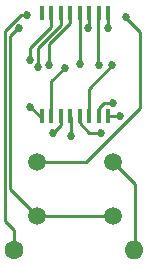
<source format=gbr>
%TF.GenerationSoftware,KiCad,Pcbnew,(7.0.0-0)*%
%TF.CreationDate,2023-03-14T18:39:12-04:00*%
%TF.ProjectId,v3 - habit pcb,7633202d-2068-4616-9269-74207063622e,rev?*%
%TF.SameCoordinates,Original*%
%TF.FileFunction,Copper,L1,Top*%
%TF.FilePolarity,Positive*%
%FSLAX46Y46*%
G04 Gerber Fmt 4.6, Leading zero omitted, Abs format (unit mm)*
G04 Created by KiCad (PCBNEW (7.0.0-0)) date 2023-03-14 18:39:12*
%MOMM*%
%LPD*%
G01*
G04 APERTURE LIST*
%TA.AperFunction,ComponentPad*%
%ADD10C,1.500000*%
%TD*%
%TA.AperFunction,ComponentPad*%
%ADD11C,1.600000*%
%TD*%
%TA.AperFunction,ComponentPad*%
%ADD12O,1.600000X1.600000*%
%TD*%
%TA.AperFunction,SMDPad,CuDef*%
%ADD13R,0.400000X1.250000*%
%TD*%
%TA.AperFunction,ViaPad*%
%ADD14C,0.685800*%
%TD*%
%TA.AperFunction,Conductor*%
%ADD15C,0.250000*%
%TD*%
G04 APERTURE END LIST*
D10*
%TO.P,SW1,1,1*%
%TO.N,Net-(U1-3V3)*%
X155443200Y-89219600D03*
%TO.P,SW1,2,2*%
X161943200Y-89219600D03*
%TO.P,SW1,3,K*%
%TO.N,Net-(SW1-K)*%
X161943200Y-84719600D03*
%TO.P,SW1,4,A*%
%TO.N,Net-(SW1-A)*%
X155443200Y-84719600D03*
%TD*%
D11*
%TO.P,R1,1*%
%TO.N,Net-(R1-Pad1)*%
X153517600Y-92151200D03*
D12*
%TO.P,R1,2*%
%TO.N,Net-(SW1-K)*%
X163677599Y-92151199D03*
%TD*%
D13*
%TO.P,U2,1,COM*%
%TO.N,Net-(U1-AD2)*%
X155893199Y-80822799D03*
%TO.P,U2,2,1G*%
%TO.N,Net-(U1-AD1)*%
X156693199Y-80822799D03*
%TO.P,U2,3,1F*%
%TO.N,Net-(U1-AD0)*%
X157493199Y-80822799D03*
%TO.P,U2,4,1E*%
%TO.N,Net-(U1-IO9)*%
X158293199Y-80822799D03*
%TO.P,U2,5,1D*%
%TO.N,Net-(U1-IO8)*%
X159093199Y-80822799D03*
%TO.P,U2,6,1C*%
%TO.N,Net-(U1-IO7)*%
X159893199Y-80822799D03*
%TO.P,U2,7,1B*%
%TO.N,Net-(U1-IO6)*%
X160693199Y-80822799D03*
%TO.P,U2,8,1A*%
%TO.N,Net-(U1-IO5)*%
X161493199Y-80822799D03*
%TO.P,U2,9*%
%TO.N,unconnected-(U2-Pad9)*%
X155893199Y-72072799D03*
%TO.P,U2,10,2A*%
%TO.N,Net-(U1-AD5{slash}SCL)*%
X156693199Y-72072799D03*
%TO.P,U2,11,2B*%
%TO.N,Net-(U1-AD4{slash}SDA)*%
X157493199Y-72072799D03*
%TO.P,U2,12,2C*%
%TO.N,Net-(U1-AD3)*%
X158293199Y-72072799D03*
%TO.P,U2,13,2D*%
%TO.N,Net-(U1-IO0)*%
X159093199Y-72072799D03*
%TO.P,U2,14,2E*%
%TO.N,Net-(U1-IO1)*%
X159893199Y-72072799D03*
%TO.P,U2,15,2F*%
%TO.N,Net-(U1-IO2)*%
X160693199Y-72072799D03*
%TO.P,U2,16,2G*%
%TO.N,Net-(U1-IO3)*%
X161493199Y-72072799D03*
%TD*%
D14*
%TO.N,Net-(U1-IO5)*%
X162524600Y-80772000D03*
%TO.N,Net-(U1-IO6)*%
X161899600Y-79705200D03*
%TO.N,Net-(U1-IO7)*%
X161875000Y-76500000D03*
%TO.N,Net-(U1-IO8)*%
X160925000Y-82200000D03*
%TO.N,Net-(U1-IO9)*%
X158350000Y-82500000D03*
%TO.N,Net-(U1-AD0)*%
X156800000Y-82225000D03*
%TO.N,Net-(U1-AD1)*%
X157850000Y-76700000D03*
%TO.N,Net-(U1-AD2)*%
X154889200Y-80010000D03*
%TO.N,Net-(U1-IO0)*%
X159100000Y-76400000D03*
%TO.N,Net-(U1-IO3)*%
X161502046Y-73374913D03*
%TO.N,Net-(U1-IO2)*%
X160774800Y-76504800D03*
%TO.N,Net-(U1-IO1)*%
X159816800Y-73355200D03*
%TO.N,Net-(U1-AD3)*%
X156475000Y-76450000D03*
%TO.N,Net-(U1-AD4{slash}SDA)*%
X155549600Y-76657200D03*
%TO.N,Net-(U1-AD5{slash}SCL)*%
X154925100Y-76063052D03*
%TO.N,Net-(U1-3V3)*%
X153949047Y-73329447D03*
%TO.N,Net-(SW1-A)*%
X163017200Y-72440800D03*
%TO.N,Net-(R1-Pad1)*%
X154635200Y-72237600D03*
%TD*%
D15*
%TO.N,Net-(U1-AD1)*%
X157850000Y-76700000D02*
X156693200Y-77856800D01*
X156693200Y-77856800D02*
X156693200Y-80822800D01*
%TO.N,Net-(U1-IO9)*%
X158350000Y-82500000D02*
X158350000Y-80879600D01*
X158350000Y-80879600D02*
X158293200Y-80822800D01*
%TO.N,Net-(U1-AD0)*%
X156800000Y-82225000D02*
X157493200Y-81531800D01*
X157493200Y-81531800D02*
X157493200Y-80822800D01*
%TO.N,Net-(U1-IO8)*%
X160925000Y-82200000D02*
X159890600Y-82200000D01*
X159890600Y-82200000D02*
X159093200Y-81402600D01*
X159093200Y-81402600D02*
X159093200Y-80822800D01*
%TO.N,Net-(U1-AD3)*%
X156475000Y-76450000D02*
X156475000Y-74714286D01*
X156475000Y-74714286D02*
X158293200Y-72896086D01*
X158293200Y-72896086D02*
X158293200Y-72072800D01*
%TO.N,Net-(U1-IO7)*%
X159893200Y-78481800D02*
X159893200Y-80822800D01*
X161875000Y-76500000D02*
X159893200Y-78481800D01*
%TO.N,Net-(U1-IO0)*%
X159100000Y-76400000D02*
X159093200Y-76393200D01*
X159093200Y-76393200D02*
X159093200Y-72072800D01*
%TO.N,Net-(U1-IO5)*%
X162524600Y-80772000D02*
X162473800Y-80822800D01*
X162473800Y-80822800D02*
X161493200Y-80822800D01*
%TO.N,Net-(U1-IO6)*%
X160693200Y-80147800D02*
X160693200Y-80822800D01*
X161135800Y-79705200D02*
X161899600Y-79705200D01*
X161135800Y-79705200D02*
X160693200Y-80147800D01*
%TO.N,Net-(U1-AD2)*%
X155702000Y-80822800D02*
X154889200Y-80010000D01*
X155893200Y-80822800D02*
X155702000Y-80822800D01*
%TO.N,Net-(U1-IO3)*%
X161502046Y-73374913D02*
X161493200Y-73366067D01*
X161493200Y-73366067D02*
X161493200Y-72072800D01*
%TO.N,Net-(U1-IO2)*%
X160680400Y-76410400D02*
X160680400Y-72085600D01*
X160680400Y-72085600D02*
X160693200Y-72072800D01*
X160774800Y-76504800D02*
X160680400Y-76410400D01*
%TO.N,Net-(U1-IO1)*%
X159816800Y-73355200D02*
X159893200Y-73278800D01*
X159893200Y-73278800D02*
X159893200Y-72072800D01*
%TO.N,Net-(U1-AD4{slash}SDA)*%
X157493200Y-72072800D02*
X157493200Y-73059690D01*
X155549600Y-75003290D02*
X155549600Y-76657200D01*
X157493200Y-73059690D02*
X155549600Y-75003290D01*
%TO.N,Net-(U1-AD5{slash}SCL)*%
X154925100Y-76063052D02*
X154925100Y-74991394D01*
X154925100Y-74991394D02*
X156693200Y-73223294D01*
X156693200Y-73223294D02*
X156693200Y-72072800D01*
%TO.N,Net-(U1-3V3)*%
X153223250Y-74005150D02*
X153898953Y-73329447D01*
X153223250Y-86999650D02*
X153223250Y-74005150D01*
X155443200Y-89219600D02*
X153223250Y-86999650D01*
X153898953Y-73329447D02*
X153949047Y-73329447D01*
X161943200Y-89219600D02*
X155443200Y-89219600D01*
%TO.N,Net-(SW1-K)*%
X163766399Y-86542799D02*
X163766399Y-92722801D01*
X161943200Y-84719600D02*
X163766399Y-86542799D01*
%TO.N,Net-(SW1-A)*%
X159597884Y-84719600D02*
X164173250Y-80144234D01*
X162966400Y-72440800D02*
X163068000Y-72542400D01*
X163017200Y-72491600D02*
X163017200Y-72440800D01*
X163017200Y-72440800D02*
X162966400Y-72440800D01*
X164173250Y-80144234D02*
X164173250Y-73647650D01*
X164173250Y-73647650D02*
X163017200Y-72491600D01*
X155443200Y-84719600D02*
X159597884Y-84719600D01*
%TO.N,Net-(R1-Pad1)*%
X152773250Y-89662000D02*
X153517600Y-90406350D01*
X152773250Y-73622066D02*
X154157716Y-72237600D01*
X152773250Y-89662000D02*
X152773250Y-73622066D01*
X154157716Y-72237600D02*
X154635200Y-72237600D01*
X153517600Y-90406350D02*
X153517600Y-92151200D01*
%TD*%
M02*

</source>
